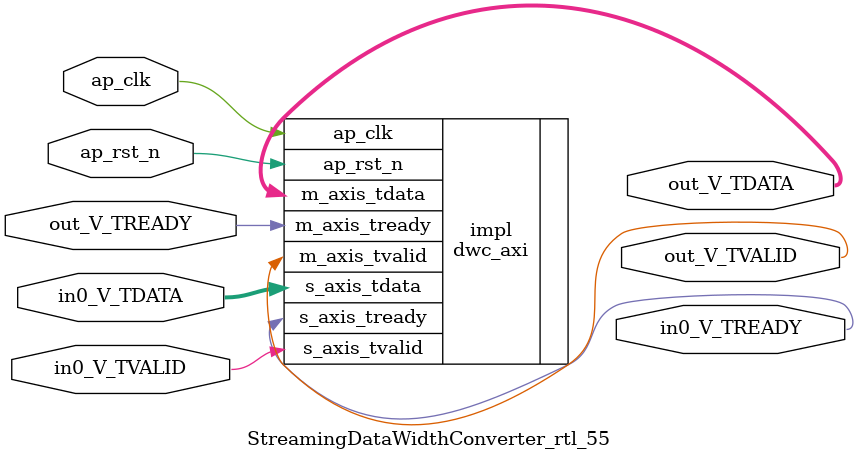
<source format=v>
/******************************************************************************
 * Copyright (C) 2023, Advanced Micro Devices, Inc.
 * All rights reserved.
 *
 * Redistribution and use in source and binary forms, with or without
 * modification, are permitted provided that the following conditions are met:
 *
 *  1. Redistributions of source code must retain the above copyright notice,
 *     this list of conditions and the following disclaimer.
 *
 *  2. Redistributions in binary form must reproduce the above copyright
 *     notice, this list of conditions and the following disclaimer in the
 *     documentation and/or other materials provided with the distribution.
 *
 *  3. Neither the name of the copyright holder nor the names of its
 *     contributors may be used to endorse or promote products derived from
 *     this software without specific prior written permission.
 *
 * THIS SOFTWARE IS PROVIDED BY THE COPYRIGHT HOLDERS AND CONTRIBUTORS "AS IS"
 * AND ANY EXPRESS OR IMPLIED WARRANTIES, INCLUDING, BUT NOT LIMITED TO,
 * THE IMPLIED WARRANTIES OF MERCHANTABILITY AND FITNESS FOR A PARTICULAR
 * PURPOSE ARE DISCLAIMED. IN NO EVENT SHALL THE COPYRIGHT HOLDER OR
 * CONTRIBUTORS BE LIABLE FOR ANY DIRECT, INDIRECT, INCIDENTAL, SPECIAL,
 * EXEMPLARY, OR CONSEQUENTIAL DAMAGES (INCLUDING, BUT NOT LIMITED TO,
 * PROCUREMENT OF SUBSTITUTE GOODS OR SERVICES; LOSS OF USE, DATA, OR PROFITS;
 * OR BUSINESS INTERRUPTION). HOWEVER CAUSED AND ON ANY THEORY OF LIABILITY,
 * WHETHER IN CONTRACT, STRICT LIABILITY, OR TORT (INCLUDING NEGLIGENCE OR
 * OTHERWISE) ARISING IN ANY WAY OUT OF THE USE OF THIS SOFTWARE, EVEN IF
 * ADVISED OF THE POSSIBILITY OF SUCH DAMAGE.
 *****************************************************************************/

module StreamingDataWidthConverter_rtl_55 #(
	parameter  IBITS = 320,
	parameter  OBITS = 5,

	parameter  AXI_IBITS = (IBITS+7)/8 * 8,
	parameter  AXI_OBITS = (OBITS+7)/8 * 8
)(
	//- Global Control ------------------
	(* X_INTERFACE_INFO = "xilinx.com:signal:clock:1.0 ap_clk CLK" *)
	(* X_INTERFACE_PARAMETER = "ASSOCIATED_BUSIF in0_V:out_V, ASSOCIATED_RESET ap_rst_n" *)
	input	ap_clk,
	(* X_INTERFACE_PARAMETER = "POLARITY ACTIVE_LOW" *)
	input	ap_rst_n,

	//- AXI Stream - Input --------------
	output	in0_V_TREADY,
	input	in0_V_TVALID,
	input	[AXI_IBITS-1:0]  in0_V_TDATA,

	//- AXI Stream - Output -------------
	input	out_V_TREADY,
	output	out_V_TVALID,
	output	[AXI_OBITS-1:0]  out_V_TDATA
);

	dwc_axi #(
		.IBITS(IBITS),
		.OBITS(OBITS)
	) impl (
		.ap_clk(ap_clk),
		.ap_rst_n(ap_rst_n),
		.s_axis_tready(in0_V_TREADY),
		.s_axis_tvalid(in0_V_TVALID),
		.s_axis_tdata(in0_V_TDATA),
		.m_axis_tready(out_V_TREADY),
		.m_axis_tvalid(out_V_TVALID),
		.m_axis_tdata(out_V_TDATA)
	);

endmodule

</source>
